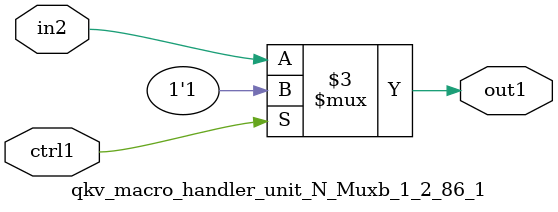
<source format=v>

`timescale 1ps / 1ps


module qkv_macro_handler_unit_N_Muxb_1_2_86_1( in2, ctrl1, out1 );

    input in2;
    input ctrl1;
    output out1;
    reg out1;

    
    // rtl_process:qkv_macro_handler_unit_N_Muxb_1_2_86_1/qkv_macro_handler_unit_N_Muxb_1_2_86_1_thread_1
    always @*
      begin : qkv_macro_handler_unit_N_Muxb_1_2_86_1_thread_1
        case (ctrl1) 
          1'b1: 
            begin
              out1 = 1'b1;
            end
          default: 
            begin
              out1 = in2;
            end
        endcase
      end

endmodule


</source>
